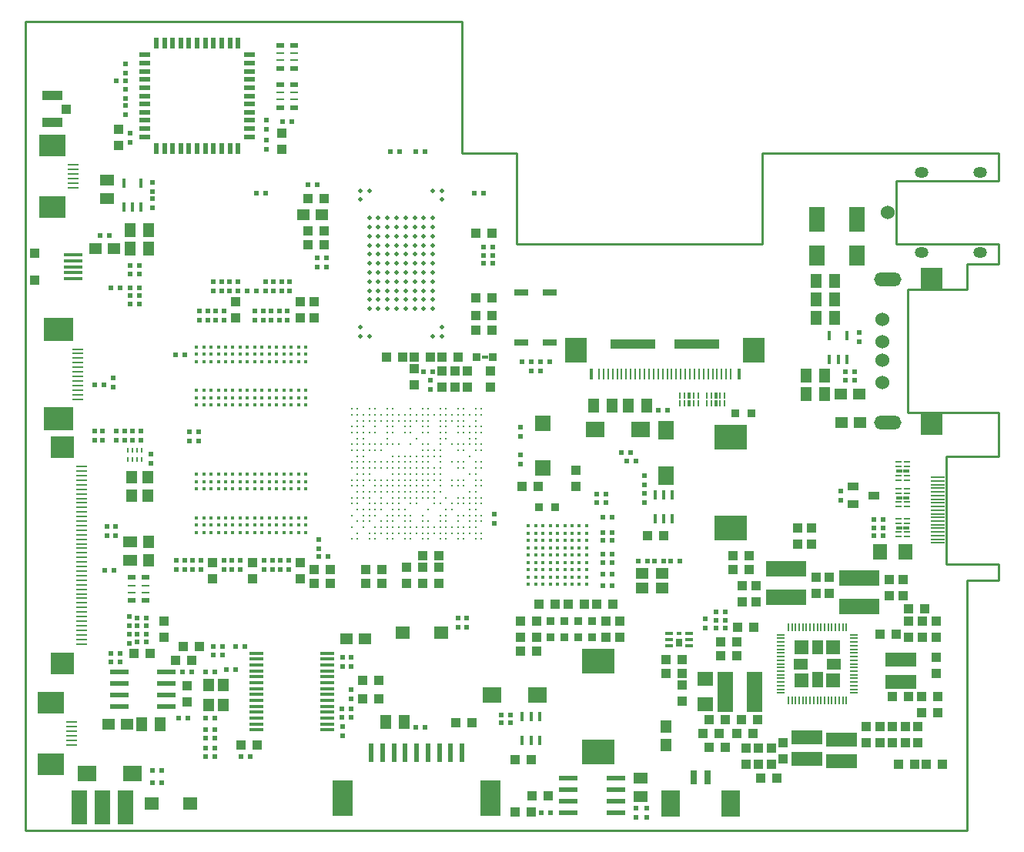
<source format=gbr>
G04 #@! TF.FileFunction,Paste,Top*
%FSLAX46Y46*%
G04 Gerber Fmt 4.6, Leading zero omitted, Abs format (unit mm)*
G04 Created by KiCad (PCBNEW no-vcs-found-undefined) date Tue Nov  8 15:57:13 2016*
%MOMM*%
%LPD*%
G01*
G04 APERTURE LIST*
%ADD10C,0.100000*%
%ADD11C,0.254000*%
%ADD12R,2.600000X2.400000*%
%ADD13R,1.280000X0.230000*%
%ADD14C,0.440000*%
%ADD15R,0.500000X1.300000*%
%ADD16R,1.300000X0.500000*%
%ADD17C,0.500000*%
%ADD18C,0.420000*%
%ADD19C,0.330000*%
%ADD20R,1.700000X1.700000*%
%ADD21R,1.500000X0.800000*%
%ADD22R,5.000000X1.000000*%
%ADD23R,0.400000X1.200000*%
%ADD24R,2.400000X2.800000*%
%ADD25R,0.230000X1.180000*%
%ADD26O,1.524000X1.200000*%
%ADD27C,1.524000*%
%ADD28R,2.400000X2.400000*%
%ADD29O,3.000000X1.524000*%
%ADD30R,0.448400X1.098400*%
%ADD31R,1.298400X0.898400*%
%ADD32R,0.695000X0.220000*%
%ADD33R,0.775000X0.400000*%
%ADD34R,1.611000X0.211000*%
%ADD35R,2.098400X0.498400*%
%ADD36R,2.100000X3.000000*%
%ADD37R,0.800000X1.600000*%
%ADD38R,1.500000X1.600000*%
%ADD39R,1.200000X1.700000*%
%ADD40R,1.600000X1.200000*%
%ADD41R,1.200000X1.600000*%
%ADD42R,0.911000X0.211000*%
%ADD43R,0.211000X0.911000*%
%ADD44R,0.625000X2.000000*%
%ADD45R,2.200000X3.900000*%
%ADD46R,1.600000X0.325000*%
%ADD47R,1.200000X1.400000*%
%ADD48R,1.500000X1.400000*%
%ADD49R,2.000000X1.700000*%
%ADD50R,2.980000X2.380000*%
%ADD51R,0.914400X0.279400*%
%ADD52R,0.914400X0.533400*%
%ADD53R,0.230000X0.605000*%
%ADD54R,1.422400X1.168400*%
%ADD55R,3.200000X2.500000*%
%ADD56R,1.000000X1.100000*%
%ADD57R,2.150000X0.350000*%
%ADD58R,1.050000X1.050000*%
%ADD59R,2.200000X1.050000*%
%ADD60R,3.600000X2.700000*%
%ADD61R,1.016000X1.016000*%
%ADD62R,1.524000X1.270000*%
%ADD63R,1.270000X1.524000*%
%ADD64R,1.778000X2.286000*%
%ADD65R,1.600000X1.800000*%
%ADD66R,1.800000X2.700000*%
%ADD67R,1.168400X1.422400*%
%ADD68R,3.398400X1.498400*%
%ADD69R,4.500000X1.750000*%
%ADD70R,1.750000X4.500000*%
%ADD71R,1.778000X1.524000*%
%ADD72R,0.900000X0.350000*%
%ADD73R,0.800000X0.950000*%
%ADD74R,0.600000X0.350000*%
%ADD75R,0.220000X0.695000*%
%ADD76R,0.400000X0.775000*%
%ADD77R,0.550000X0.500000*%
%ADD78R,0.500000X0.550000*%
%ADD79R,0.914400X0.914400*%
%ADD80R,0.678400X0.398400*%
%ADD81R,1.400000X1.200000*%
%ADD82R,1.700000X2.000000*%
%ADD83R,1.651000X3.683000*%
G04 APERTURE END LIST*
D10*
D11*
X201250000Y-58800000D02*
X201250000Y-70700000D01*
X207000000Y-70700000D02*
X207000000Y-72500000D01*
X207000000Y-54000000D02*
X207000000Y-58800000D01*
X201250000Y-58800000D02*
X207000000Y-58800000D01*
X207000000Y-70700000D02*
X201250000Y-70700000D01*
X207000000Y-35500000D02*
X207000000Y-37700000D01*
X195750000Y-28500000D02*
X195750000Y-35500000D01*
X207000000Y-25500000D02*
X207000000Y-28500000D01*
X195750000Y-28500000D02*
X207000000Y-28500000D01*
X207000000Y-35500000D02*
X195750000Y-35500000D01*
X197000000Y-40500000D02*
X197000000Y-54000000D01*
X203500000Y-37700000D02*
X203500000Y-40500000D01*
X197000000Y-40500000D02*
X203500000Y-40500000D01*
X197000000Y-54000000D02*
X207000000Y-54000000D01*
X203500000Y-37700000D02*
X207000000Y-37700000D01*
X203500000Y-72500000D02*
X207000000Y-72500000D01*
X203500000Y-100000000D02*
X203500000Y-72500000D01*
X181000000Y-25500000D02*
X207000000Y-25500000D01*
X181000000Y-35500000D02*
X181000000Y-25500000D01*
X154000000Y-35500000D02*
X181000000Y-35500000D01*
X154000000Y-25500000D02*
X154000000Y-35500000D01*
X148000000Y-25500000D02*
X154000000Y-25500000D01*
X148000000Y-11000000D02*
X148000000Y-25500000D01*
X100000000Y-11000000D02*
X148000000Y-11000000D01*
X100000000Y-100000000D02*
X100000000Y-11000000D01*
X100000000Y-100000000D02*
X203500000Y-100000000D01*
D12*
X104028000Y-57807000D03*
X104028000Y-81607000D03*
D13*
X106128000Y-59957000D03*
X106128000Y-60457000D03*
X106128000Y-60957000D03*
X106128000Y-61457000D03*
X106128000Y-61957000D03*
X106128000Y-62457000D03*
X106128000Y-62957000D03*
X106128000Y-63457000D03*
X106128000Y-63957000D03*
X106128000Y-64457000D03*
X106128000Y-64957000D03*
X106128000Y-65457000D03*
X106128000Y-65957000D03*
X106128000Y-66457000D03*
X106128000Y-66957000D03*
X106128000Y-67457000D03*
X106128000Y-67957000D03*
X106128000Y-68457000D03*
X106128000Y-68957000D03*
X106128000Y-69457000D03*
X106128000Y-69957000D03*
X106128000Y-70457000D03*
X106128000Y-70957000D03*
X106128000Y-71457000D03*
X106128000Y-71957000D03*
X106128000Y-72457000D03*
X106128000Y-72957000D03*
X106128000Y-73457000D03*
X106128000Y-73957000D03*
X106128000Y-74457000D03*
X106128000Y-74957000D03*
X106128000Y-75457000D03*
X106128000Y-75957000D03*
X106128000Y-76457000D03*
X106128000Y-76957000D03*
X106128000Y-77457000D03*
X106128000Y-77957000D03*
X106128000Y-78457000D03*
X106128000Y-78957000D03*
X106128000Y-79457000D03*
D14*
X155300000Y-72900000D03*
X155300000Y-72100000D03*
X155300000Y-71300000D03*
X155300000Y-70500000D03*
X155300000Y-69700000D03*
X155300000Y-68900000D03*
X155300000Y-68100000D03*
X155300000Y-67300000D03*
X155300000Y-66500000D03*
X156100000Y-72900000D03*
X156100000Y-72100000D03*
X156100000Y-71300000D03*
X156100000Y-70500000D03*
X156100000Y-69700000D03*
X156100000Y-68900000D03*
X156100000Y-68100000D03*
X156100000Y-67300000D03*
X156100000Y-66500000D03*
X156900000Y-72900000D03*
X156900000Y-72100000D03*
X156900000Y-71300000D03*
X156900000Y-70500000D03*
X156900000Y-69700000D03*
X156900000Y-68900000D03*
X156900000Y-68100000D03*
X156900000Y-67300000D03*
X156900000Y-66500000D03*
X157700000Y-72900000D03*
X157700000Y-72100000D03*
X157700000Y-71300000D03*
X157700000Y-70500000D03*
X157700000Y-69700000D03*
X157700000Y-68900000D03*
X157700000Y-68100000D03*
X157700000Y-67300000D03*
X157700000Y-66500000D03*
X158500000Y-72900000D03*
X158500000Y-72100000D03*
X158500000Y-71300000D03*
X158500000Y-70500000D03*
X158500000Y-69700000D03*
X158500000Y-68900000D03*
X158500000Y-68100000D03*
X158500000Y-67300000D03*
X158500000Y-66500000D03*
X159300000Y-72900000D03*
X159300000Y-72100000D03*
X159300000Y-71300000D03*
X159300000Y-70500000D03*
X159300000Y-69700000D03*
X159300000Y-68900000D03*
X159300000Y-68100000D03*
X159300000Y-67300000D03*
X159300000Y-66500000D03*
X160100000Y-72900000D03*
X160100000Y-72100000D03*
X160100000Y-71300000D03*
X160100000Y-70500000D03*
X160100000Y-69700000D03*
X160100000Y-68900000D03*
X160100000Y-68100000D03*
X160100000Y-67300000D03*
X160100000Y-66500000D03*
X160900000Y-72900000D03*
X160900000Y-72100000D03*
X160900000Y-71300000D03*
X160900000Y-70500000D03*
X160900000Y-69700000D03*
X160900000Y-68900000D03*
X160900000Y-68100000D03*
X160900000Y-67300000D03*
X160900000Y-66500000D03*
X161700000Y-72900000D03*
X161700000Y-72100000D03*
X161700000Y-71300000D03*
X161700000Y-70500000D03*
X161700000Y-69700000D03*
X161700000Y-68900000D03*
X161700000Y-68100000D03*
X161700000Y-67300000D03*
X161700000Y-66500000D03*
D15*
X114372000Y-13402000D03*
X115272000Y-13402000D03*
X116172000Y-13402000D03*
X117072000Y-13402000D03*
X117972000Y-13402000D03*
X118872000Y-13402000D03*
X119772000Y-13402000D03*
X120672000Y-13402000D03*
X121572000Y-13402000D03*
X122472000Y-13402000D03*
X123372000Y-13402000D03*
D16*
X124647000Y-14677000D03*
X124647000Y-15577000D03*
X124647000Y-16477000D03*
X124647000Y-17377000D03*
X124647000Y-18277000D03*
X124647000Y-19177000D03*
X124647000Y-20077000D03*
X124647000Y-20977000D03*
X124647000Y-21877000D03*
X124647000Y-22777000D03*
X124647000Y-23677000D03*
D15*
X123372000Y-24952000D03*
X122472000Y-24952000D03*
X121572000Y-24952000D03*
X120672000Y-24952000D03*
X119772000Y-24952000D03*
X118872000Y-24952000D03*
X117972000Y-24952000D03*
X117072000Y-24952000D03*
X116172000Y-24952000D03*
X115272000Y-24952000D03*
X114372000Y-24952000D03*
D16*
X113097000Y-23677000D03*
X113097000Y-22777000D03*
X113097000Y-21877000D03*
X113097000Y-20977000D03*
X113097000Y-20077000D03*
X113097000Y-19177000D03*
X113097000Y-18277000D03*
X113097000Y-17377000D03*
X113097000Y-16477000D03*
X113097000Y-15577000D03*
X113097000Y-14677000D03*
D17*
X136800000Y-29600000D03*
X137800000Y-29600000D03*
X144800000Y-29600000D03*
X145800000Y-29600000D03*
X136800000Y-30600000D03*
X145800000Y-30600000D03*
X137800000Y-32600000D03*
X138800000Y-32600000D03*
X139800000Y-32600000D03*
X140800000Y-32600000D03*
X141800000Y-32600000D03*
X142800000Y-32600000D03*
X143800000Y-32600000D03*
X144800000Y-32600000D03*
X137800000Y-33600000D03*
X138800000Y-33600000D03*
X139800000Y-33600000D03*
X140800000Y-33600000D03*
X141800000Y-33600000D03*
X142800000Y-33600000D03*
X143800000Y-33600000D03*
X144800000Y-33600000D03*
X137800000Y-34600000D03*
X138800000Y-34600000D03*
X139800000Y-34600000D03*
X140800000Y-34600000D03*
X141800000Y-34600000D03*
X142800000Y-34600000D03*
X143800000Y-34600000D03*
X144800000Y-34600000D03*
X137800000Y-35600000D03*
X138800000Y-35600000D03*
X139800000Y-35600000D03*
X140800000Y-35600000D03*
X141800000Y-35600000D03*
X142800000Y-35600000D03*
X143800000Y-35600000D03*
X144800000Y-35600000D03*
X137800000Y-36600000D03*
X138800000Y-36600000D03*
X139800000Y-36600000D03*
X140800000Y-36600000D03*
X141800000Y-36600000D03*
X142800000Y-36600000D03*
X143800000Y-36600000D03*
X144800000Y-36600000D03*
X137800000Y-37600000D03*
X138800000Y-37600000D03*
X139800000Y-37600000D03*
X140800000Y-37600000D03*
X141800000Y-37600000D03*
X142800000Y-37600000D03*
X143800000Y-37600000D03*
X144800000Y-37600000D03*
X137800000Y-38600000D03*
X138800000Y-38600000D03*
X139800000Y-38600000D03*
X140800000Y-38600000D03*
X141800000Y-38600000D03*
X142800000Y-38600000D03*
X143800000Y-38600000D03*
X144800000Y-38600000D03*
X137800000Y-39600000D03*
X138800000Y-39600000D03*
X139800000Y-39600000D03*
X140800000Y-39600000D03*
X141800000Y-39600000D03*
X142800000Y-39600000D03*
X143800000Y-39600000D03*
X144800000Y-39600000D03*
X137800000Y-40600000D03*
X138800000Y-40600000D03*
X139800000Y-40600000D03*
X140800000Y-40600000D03*
X141800000Y-40600000D03*
X142800000Y-40600000D03*
X143800000Y-40600000D03*
X144800000Y-40600000D03*
X137800000Y-41600000D03*
X138800000Y-41600000D03*
X139800000Y-41600000D03*
X140800000Y-41600000D03*
X141800000Y-41600000D03*
X142800000Y-41600000D03*
X143800000Y-41600000D03*
X144800000Y-41600000D03*
X137800000Y-42600000D03*
X138800000Y-42600000D03*
X139800000Y-42600000D03*
X140800000Y-42600000D03*
X141800000Y-42600000D03*
X142800000Y-42600000D03*
X143800000Y-42600000D03*
X144800000Y-42600000D03*
X136800000Y-44600000D03*
X145800000Y-44600000D03*
X136800000Y-45600000D03*
X137800000Y-45600000D03*
X144800000Y-45600000D03*
X145800000Y-45600000D03*
D18*
X118800000Y-53200000D03*
X118800000Y-52400000D03*
X118800000Y-51600000D03*
X118800000Y-48400000D03*
X118800000Y-47600000D03*
X118800000Y-46800000D03*
X119600000Y-53200000D03*
X119600000Y-52400000D03*
X119600000Y-51600000D03*
X119600000Y-48400000D03*
X119600000Y-47600000D03*
X119600000Y-46800000D03*
X120400000Y-53200000D03*
X120400000Y-52400000D03*
X120400000Y-51600000D03*
X120400000Y-48400000D03*
X120400000Y-47600000D03*
X120400000Y-46800000D03*
X121200000Y-53200000D03*
X121200000Y-52400000D03*
X121200000Y-51600000D03*
X121200000Y-48400000D03*
X121200000Y-47600000D03*
X121200000Y-46800000D03*
X122000000Y-53200000D03*
X122000000Y-52400000D03*
X122000000Y-51600000D03*
X122000000Y-48400000D03*
X122000000Y-47600000D03*
X122000000Y-46800000D03*
X122800000Y-53200000D03*
X122800000Y-52400000D03*
X122800000Y-51600000D03*
X122800000Y-48400000D03*
X122800000Y-47600000D03*
X122800000Y-46800000D03*
X123600000Y-53200000D03*
X123600000Y-52400000D03*
X123600000Y-51600000D03*
X123600000Y-48400000D03*
X123600000Y-47600000D03*
X123600000Y-46800000D03*
X124400000Y-53200000D03*
X124400000Y-52400000D03*
X124400000Y-51600000D03*
X124400000Y-48400000D03*
X124400000Y-47600000D03*
X124400000Y-46800000D03*
X125200000Y-53200000D03*
X125200000Y-52400000D03*
X125200000Y-51600000D03*
X125200000Y-48400000D03*
X125200000Y-47600000D03*
X125200000Y-46800000D03*
X126000000Y-53200000D03*
X126000000Y-52400000D03*
X126000000Y-51600000D03*
X126000000Y-48400000D03*
X126000000Y-47600000D03*
X126000000Y-46800000D03*
X126800000Y-53200000D03*
X126800000Y-52400000D03*
X126800000Y-51600000D03*
X126800000Y-48400000D03*
X126800000Y-47600000D03*
X126800000Y-46800000D03*
X127600000Y-53200000D03*
X127600000Y-52400000D03*
X127600000Y-51600000D03*
X127600000Y-48400000D03*
X127600000Y-47600000D03*
X127600000Y-46800000D03*
X128400000Y-53200000D03*
X128400000Y-52400000D03*
X128400000Y-51600000D03*
X128400000Y-48400000D03*
X128400000Y-47600000D03*
X128400000Y-46800000D03*
X129200000Y-53200000D03*
X129200000Y-52400000D03*
X129200000Y-51600000D03*
X129200000Y-48400000D03*
X129200000Y-47600000D03*
X129200000Y-46800000D03*
X130000000Y-53200000D03*
X130000000Y-52400000D03*
X130000000Y-51600000D03*
X130000000Y-48400000D03*
X130000000Y-47600000D03*
X130000000Y-46800000D03*
X130800000Y-53200000D03*
X130800000Y-52400000D03*
X130800000Y-51600000D03*
X130800000Y-48400000D03*
X130800000Y-47600000D03*
X130800000Y-46800000D03*
X118800000Y-67200000D03*
X118800000Y-66400000D03*
X118800000Y-65600000D03*
X118800000Y-62400000D03*
X118800000Y-61600000D03*
X118800000Y-60800000D03*
X119600000Y-67200000D03*
X119600000Y-66400000D03*
X119600000Y-65600000D03*
X119600000Y-62400000D03*
X119600000Y-61600000D03*
X119600000Y-60800000D03*
X120400000Y-67200000D03*
X120400000Y-66400000D03*
X120400000Y-65600000D03*
X120400000Y-62400000D03*
X120400000Y-61600000D03*
X120400000Y-60800000D03*
X121200000Y-67200000D03*
X121200000Y-66400000D03*
X121200000Y-65600000D03*
X121200000Y-62400000D03*
X121200000Y-61600000D03*
X121200000Y-60800000D03*
X122000000Y-67200000D03*
X122000000Y-66400000D03*
X122000000Y-65600000D03*
X122000000Y-62400000D03*
X122000000Y-61600000D03*
X122000000Y-60800000D03*
X122800000Y-67200000D03*
X122800000Y-66400000D03*
X122800000Y-65600000D03*
X122800000Y-62400000D03*
X122800000Y-61600000D03*
X122800000Y-60800000D03*
X123600000Y-67200000D03*
X123600000Y-66400000D03*
X123600000Y-65600000D03*
X123600000Y-62400000D03*
X123600000Y-61600000D03*
X123600000Y-60800000D03*
X124400000Y-67200000D03*
X124400000Y-66400000D03*
X124400000Y-65600000D03*
X124400000Y-62400000D03*
X124400000Y-61600000D03*
X124400000Y-60800000D03*
X125200000Y-67200000D03*
X125200000Y-66400000D03*
X125200000Y-65600000D03*
X125200000Y-62400000D03*
X125200000Y-61600000D03*
X125200000Y-60800000D03*
X126000000Y-67200000D03*
X126000000Y-66400000D03*
X126000000Y-65600000D03*
X126000000Y-62400000D03*
X126000000Y-61600000D03*
X126000000Y-60800000D03*
X126800000Y-67200000D03*
X126800000Y-66400000D03*
X126800000Y-65600000D03*
X126800000Y-62400000D03*
X126800000Y-61600000D03*
X126800000Y-60800000D03*
X127600000Y-67200000D03*
X127600000Y-66400000D03*
X127600000Y-65600000D03*
X127600000Y-62400000D03*
X127600000Y-61600000D03*
X127600000Y-60800000D03*
X128400000Y-67200000D03*
X128400000Y-66400000D03*
X128400000Y-65600000D03*
X128400000Y-62400000D03*
X128400000Y-61600000D03*
X128400000Y-60800000D03*
X129200000Y-67200000D03*
X129200000Y-66400000D03*
X129200000Y-65600000D03*
X129200000Y-62400000D03*
X129200000Y-61600000D03*
X129200000Y-60800000D03*
X130000000Y-67200000D03*
X130000000Y-66400000D03*
X130000000Y-65600000D03*
X130000000Y-62400000D03*
X130000000Y-61600000D03*
X130000000Y-60800000D03*
X130800000Y-67200000D03*
X130800000Y-66400000D03*
X130800000Y-65600000D03*
X130800000Y-62400000D03*
X130800000Y-61600000D03*
X130800000Y-60800000D03*
D19*
X146900000Y-67275000D03*
X146900000Y-66625000D03*
X146900000Y-64675000D03*
X146900000Y-64025000D03*
X146900000Y-62075000D03*
X146900000Y-61425000D03*
X146900000Y-59475000D03*
X146900000Y-57525000D03*
X146900000Y-54925000D03*
X146900000Y-54275000D03*
X146250000Y-67925000D03*
X146250000Y-67275000D03*
X146250000Y-66625000D03*
X146250000Y-65975000D03*
X146250000Y-65325000D03*
X146250000Y-64675000D03*
X146250000Y-63375000D03*
X146250000Y-56875000D03*
X146250000Y-56225000D03*
X146250000Y-55575000D03*
X146250000Y-54925000D03*
X146250000Y-54275000D03*
X146250000Y-53625000D03*
X145600000Y-67925000D03*
X145600000Y-67275000D03*
X145600000Y-66625000D03*
X145600000Y-65975000D03*
X145600000Y-65325000D03*
X145600000Y-64025000D03*
X145600000Y-62725000D03*
X145600000Y-62075000D03*
X145600000Y-61425000D03*
X145600000Y-60775000D03*
X145600000Y-60125000D03*
X145600000Y-59475000D03*
X145600000Y-58825000D03*
X145600000Y-58175000D03*
X145600000Y-57525000D03*
X145600000Y-56875000D03*
X145600000Y-56225000D03*
X145600000Y-55575000D03*
X145600000Y-54925000D03*
X145600000Y-54275000D03*
X145600000Y-53625000D03*
X144950000Y-67275000D03*
X144950000Y-66625000D03*
X144950000Y-64025000D03*
X144950000Y-63375000D03*
X144950000Y-58175000D03*
X144950000Y-54275000D03*
X144300000Y-67925000D03*
X144300000Y-67275000D03*
X144300000Y-66625000D03*
X144300000Y-65975000D03*
X144300000Y-63375000D03*
X144300000Y-62725000D03*
X144300000Y-62075000D03*
X144300000Y-61425000D03*
X144300000Y-60775000D03*
X144300000Y-60125000D03*
X144300000Y-59475000D03*
X144300000Y-58175000D03*
X144300000Y-57525000D03*
X144300000Y-56225000D03*
X144300000Y-55575000D03*
X144300000Y-54925000D03*
X144300000Y-54275000D03*
X144300000Y-53625000D03*
X143650000Y-67925000D03*
X143650000Y-67275000D03*
X143650000Y-66625000D03*
X143650000Y-65975000D03*
X143650000Y-65325000D03*
X143650000Y-62725000D03*
X143650000Y-60775000D03*
X143650000Y-60125000D03*
X143650000Y-58825000D03*
X143650000Y-57525000D03*
X143650000Y-56225000D03*
X143650000Y-55575000D03*
X143650000Y-54925000D03*
X143650000Y-54275000D03*
X143650000Y-53625000D03*
X143000000Y-67275000D03*
X143000000Y-66625000D03*
X143000000Y-58825000D03*
X143000000Y-56875000D03*
X143000000Y-54925000D03*
X143000000Y-54275000D03*
X142350000Y-67925000D03*
X142350000Y-67275000D03*
X142350000Y-66625000D03*
X142350000Y-65975000D03*
X142350000Y-65325000D03*
X142350000Y-56225000D03*
X142350000Y-55575000D03*
X142350000Y-54925000D03*
X142350000Y-54275000D03*
X142350000Y-53625000D03*
X141700000Y-67925000D03*
X141700000Y-67275000D03*
X141700000Y-66625000D03*
X141700000Y-65975000D03*
X141700000Y-65325000D03*
X141700000Y-64675000D03*
X141700000Y-56225000D03*
X141700000Y-55575000D03*
X141700000Y-54925000D03*
X141700000Y-54275000D03*
X141050000Y-67275000D03*
X141050000Y-66625000D03*
X141050000Y-65325000D03*
X141050000Y-64675000D03*
X141050000Y-57525000D03*
X141050000Y-54925000D03*
X141050000Y-54275000D03*
X140400000Y-67925000D03*
X140400000Y-67275000D03*
X140400000Y-66625000D03*
X140400000Y-65975000D03*
X140400000Y-65325000D03*
X140400000Y-61425000D03*
X140400000Y-60125000D03*
X140400000Y-58825000D03*
X140400000Y-57525000D03*
X140400000Y-56225000D03*
X140400000Y-55575000D03*
X140400000Y-54925000D03*
X140400000Y-54275000D03*
X140400000Y-53625000D03*
X139750000Y-67925000D03*
X139750000Y-67275000D03*
X139750000Y-66625000D03*
X139750000Y-65975000D03*
X139750000Y-65325000D03*
X139750000Y-61425000D03*
X139750000Y-60125000D03*
X139750000Y-59475000D03*
X139750000Y-57525000D03*
X139750000Y-56875000D03*
X139750000Y-56225000D03*
X139750000Y-54275000D03*
X139750000Y-53625000D03*
X139100000Y-67275000D03*
X139100000Y-66625000D03*
X139100000Y-65975000D03*
X139100000Y-64675000D03*
X139100000Y-64025000D03*
X139100000Y-63375000D03*
X139100000Y-62075000D03*
X139100000Y-61425000D03*
X139100000Y-60125000D03*
X139100000Y-59475000D03*
X139100000Y-58175000D03*
X139100000Y-54925000D03*
X139100000Y-54275000D03*
X138450000Y-67925000D03*
X138450000Y-67275000D03*
X138450000Y-66625000D03*
X138450000Y-65325000D03*
X138450000Y-64675000D03*
X138450000Y-62075000D03*
X138450000Y-61425000D03*
X138450000Y-59475000D03*
X138450000Y-58175000D03*
X138450000Y-57525000D03*
X138450000Y-56225000D03*
X138450000Y-55575000D03*
X138450000Y-54925000D03*
X138450000Y-54275000D03*
X138450000Y-53625000D03*
X137800000Y-67925000D03*
X137800000Y-67275000D03*
X137800000Y-65975000D03*
X137800000Y-65325000D03*
X137800000Y-64675000D03*
X137800000Y-64025000D03*
X137800000Y-63375000D03*
X137800000Y-62725000D03*
X137800000Y-60775000D03*
X137800000Y-59475000D03*
X137800000Y-57525000D03*
X137800000Y-56225000D03*
X137800000Y-54925000D03*
X137800000Y-54275000D03*
X137800000Y-53625000D03*
X137150000Y-66625000D03*
X137150000Y-65975000D03*
X137150000Y-65325000D03*
X137150000Y-64675000D03*
X137150000Y-63375000D03*
X137150000Y-62725000D03*
X137150000Y-62075000D03*
X137150000Y-61425000D03*
X137150000Y-60125000D03*
X137150000Y-59475000D03*
X137150000Y-58825000D03*
X137150000Y-58175000D03*
X137150000Y-57525000D03*
X137150000Y-56875000D03*
X137150000Y-56225000D03*
X137150000Y-55575000D03*
X137150000Y-54275000D03*
X136500000Y-67925000D03*
X136500000Y-67275000D03*
X136500000Y-65975000D03*
X136500000Y-64675000D03*
X136500000Y-63375000D03*
X136500000Y-62725000D03*
X136500000Y-62075000D03*
X136500000Y-61425000D03*
X136500000Y-60775000D03*
X136500000Y-60125000D03*
X136500000Y-59475000D03*
X136500000Y-58825000D03*
X136500000Y-58175000D03*
X136500000Y-57525000D03*
X136500000Y-56875000D03*
X136500000Y-56225000D03*
X136500000Y-55575000D03*
X136500000Y-54925000D03*
X136500000Y-54275000D03*
X136500000Y-53625000D03*
X135850000Y-67925000D03*
X135850000Y-66625000D03*
X135850000Y-65325000D03*
X135850000Y-64025000D03*
X135850000Y-63375000D03*
X135850000Y-62075000D03*
X135850000Y-61425000D03*
X135850000Y-60125000D03*
X135850000Y-59475000D03*
X135850000Y-58175000D03*
X135850000Y-57525000D03*
X135850000Y-56225000D03*
X135850000Y-55575000D03*
X135850000Y-54275000D03*
X147550000Y-53625000D03*
X147550000Y-54275000D03*
X147550000Y-54925000D03*
X147550000Y-55575000D03*
X147550000Y-56225000D03*
X147550000Y-57525000D03*
X147550000Y-58175000D03*
X147550000Y-59475000D03*
X147550000Y-60125000D03*
X147550000Y-61425000D03*
X147550000Y-62075000D03*
X147550000Y-63375000D03*
X147550000Y-64025000D03*
X147550000Y-65325000D03*
X147550000Y-65975000D03*
X147550000Y-66625000D03*
X147550000Y-67275000D03*
X147550000Y-67925000D03*
X148200000Y-67925000D03*
X148200000Y-67275000D03*
X148200000Y-66625000D03*
X148200000Y-65325000D03*
X148200000Y-64025000D03*
X148200000Y-63375000D03*
X148200000Y-62075000D03*
X148200000Y-61425000D03*
X148200000Y-60125000D03*
X148200000Y-59475000D03*
X148200000Y-58175000D03*
X148200000Y-57525000D03*
X148200000Y-56225000D03*
X148200000Y-55575000D03*
X148200000Y-54925000D03*
X148200000Y-54275000D03*
X148200000Y-53625000D03*
X148850000Y-54275000D03*
X148850000Y-55575000D03*
X148850000Y-56225000D03*
X148850000Y-56875000D03*
X148850000Y-57525000D03*
X148850000Y-58825000D03*
X148850000Y-60775000D03*
X148850000Y-62725000D03*
X148850000Y-63375000D03*
X148850000Y-64025000D03*
X148850000Y-64675000D03*
X148850000Y-65325000D03*
X148850000Y-65975000D03*
X148850000Y-66625000D03*
X148850000Y-67275000D03*
X149500000Y-67925000D03*
X149500000Y-67275000D03*
X149500000Y-66625000D03*
X149500000Y-65975000D03*
X149500000Y-65325000D03*
X149500000Y-64675000D03*
X149500000Y-64025000D03*
X149500000Y-63375000D03*
X149500000Y-62725000D03*
X149500000Y-62075000D03*
X149500000Y-61425000D03*
X149500000Y-60775000D03*
X149500000Y-60125000D03*
X149500000Y-59475000D03*
X149500000Y-58175000D03*
X149500000Y-57525000D03*
X149500000Y-56875000D03*
X149500000Y-56225000D03*
X149500000Y-55575000D03*
X149500000Y-54925000D03*
X149500000Y-54275000D03*
X149500000Y-53625000D03*
X150150000Y-54275000D03*
X150150000Y-55575000D03*
X150150000Y-56225000D03*
X150150000Y-57525000D03*
X150150000Y-58175000D03*
X150150000Y-59475000D03*
X150150000Y-60125000D03*
X150150000Y-61425000D03*
X150150000Y-62075000D03*
X150150000Y-63375000D03*
X150150000Y-64025000D03*
X150150000Y-65325000D03*
X150150000Y-65975000D03*
X150150000Y-67275000D03*
X135850000Y-53625000D03*
X150150000Y-53625000D03*
X137150000Y-54925000D03*
X139750000Y-54925000D03*
X139750000Y-55575000D03*
X139100000Y-57525000D03*
X137800000Y-58175000D03*
X137800000Y-60125000D03*
X138450000Y-60125000D03*
X137150000Y-60775000D03*
X137800000Y-61425000D03*
X144950000Y-58825000D03*
X144950000Y-60125000D03*
X144950000Y-60775000D03*
X144950000Y-61425000D03*
X144950000Y-62725000D03*
X144300000Y-58825000D03*
X143650000Y-58175000D03*
X143650000Y-59475000D03*
X144300000Y-64675000D03*
X143000000Y-64025000D03*
X142350000Y-64025000D03*
X143650000Y-63375000D03*
X143000000Y-63375000D03*
X143000000Y-62725000D03*
X142350000Y-62725000D03*
X143650000Y-62075000D03*
X143650000Y-61425000D03*
X143000000Y-62075000D03*
X143000000Y-61425000D03*
X142350000Y-63375000D03*
X142350000Y-62075000D03*
X142350000Y-61425000D03*
X142350000Y-60775000D03*
X142350000Y-60125000D03*
X142350000Y-59475000D03*
X142350000Y-58825000D03*
X141700000Y-63375000D03*
X141700000Y-58825000D03*
X141700000Y-59475000D03*
X141700000Y-60125000D03*
X141700000Y-60775000D03*
X141700000Y-61425000D03*
X141700000Y-62075000D03*
X141700000Y-62725000D03*
X141050000Y-64025000D03*
X141050000Y-58825000D03*
X141050000Y-63375000D03*
X141050000Y-62725000D03*
X141050000Y-62075000D03*
X141050000Y-61425000D03*
X141050000Y-60775000D03*
X141050000Y-60125000D03*
X141050000Y-59475000D03*
X140400000Y-64675000D03*
X140400000Y-64025000D03*
X140400000Y-63375000D03*
X140400000Y-62725000D03*
X140400000Y-62075000D03*
X139750000Y-64025000D03*
X139750000Y-62725000D03*
X139750000Y-62075000D03*
X138450000Y-62725000D03*
X136500000Y-64025000D03*
X138450000Y-64025000D03*
X139100000Y-62725000D03*
X140400000Y-59475000D03*
X140400000Y-60775000D03*
X142350000Y-57525000D03*
X143000000Y-59475000D03*
X143000000Y-60125000D03*
X143000000Y-60775000D03*
X150150000Y-67925000D03*
D20*
X156845000Y-55168000D03*
X156845000Y-60148000D03*
D21*
X154483000Y-40811000D03*
X157683000Y-40811000D03*
X157683000Y-46311000D03*
X154483000Y-46311000D03*
D22*
X166807000Y-46515000D03*
X173807000Y-46515000D03*
D23*
X178432000Y-49765000D03*
X162182000Y-49765000D03*
D24*
X160507000Y-47115000D03*
X180107000Y-47115000D03*
D25*
X163057000Y-49765000D03*
X163557000Y-49765000D03*
X164057000Y-49765000D03*
X164557000Y-49765000D03*
X165057000Y-49765000D03*
X165557000Y-49765000D03*
X166057000Y-49765000D03*
X166557000Y-49765000D03*
X167057000Y-49765000D03*
X167557000Y-49765000D03*
X168057000Y-49765000D03*
X168557000Y-49765000D03*
X169057000Y-49765000D03*
X169557000Y-49765000D03*
X170057000Y-49765000D03*
X170557000Y-49765000D03*
X171057000Y-49765000D03*
X171557000Y-49765000D03*
X172057000Y-49765000D03*
X172557000Y-49765000D03*
X173057000Y-49765000D03*
X173557000Y-49765000D03*
X174057000Y-49765000D03*
X174557000Y-49765000D03*
X175057000Y-49765000D03*
X175557000Y-49765000D03*
X176057000Y-49765000D03*
X176557000Y-49765000D03*
X177057000Y-49765000D03*
X177557000Y-49765000D03*
D26*
X205010000Y-27629000D03*
X198510000Y-27629000D03*
X198510000Y-36379000D03*
X205010000Y-36379000D03*
D27*
X194810000Y-32004000D03*
D28*
X199610000Y-39244000D03*
X199610000Y-55244000D03*
D29*
X194810000Y-39394000D03*
X194810000Y-55094000D03*
D27*
X194210000Y-43744000D03*
X194210000Y-46244000D03*
X194210000Y-48244000D03*
X194210000Y-50744000D03*
D30*
X188407000Y-48163000D03*
X189357000Y-48163000D03*
X190307000Y-48163000D03*
X188407000Y-45563000D03*
X190307000Y-45563000D03*
D31*
X191043560Y-62169040D03*
X191043560Y-64071500D03*
X193253360Y-63116460D03*
D32*
X196906500Y-59452000D03*
X196906500Y-59952000D03*
D33*
X196856500Y-60452000D03*
D32*
X196906500Y-60952000D03*
X196906500Y-61452000D03*
X196031500Y-61452000D03*
X196031500Y-60952000D03*
D33*
X196081500Y-60452000D03*
D32*
X196031500Y-59952000D03*
X196031500Y-59452000D03*
D34*
X200300000Y-68351000D03*
X200300000Y-67951000D03*
X200300000Y-67551000D03*
X200300000Y-67151000D03*
X200300000Y-66751000D03*
X200300000Y-66351000D03*
X200300000Y-65951000D03*
X200300000Y-65551000D03*
X200300000Y-65151000D03*
X200300000Y-64751000D03*
X200300000Y-64351000D03*
X200300000Y-63951000D03*
X200300000Y-63551000D03*
X200300000Y-63151000D03*
X200300000Y-62751000D03*
X200300000Y-62351000D03*
X200300000Y-61951000D03*
X200300000Y-61551000D03*
X200300000Y-61151000D03*
D35*
X164906000Y-94234000D03*
X164906000Y-95504000D03*
X164906000Y-96774000D03*
X164906000Y-98044000D03*
X159706000Y-98044000D03*
X159706000Y-96774000D03*
X159706000Y-95504000D03*
X159706000Y-94234000D03*
D36*
X177544000Y-97052000D03*
X170944000Y-97052000D03*
D37*
X174994000Y-94152000D03*
X173494000Y-94152000D03*
D38*
X188821000Y-83461000D03*
D39*
X187071000Y-83411000D03*
D38*
X185321000Y-83461000D03*
D40*
X188871000Y-81661000D03*
X185271000Y-81661000D03*
D38*
X188821000Y-79861000D03*
D41*
X187071000Y-79861000D03*
D38*
X185321000Y-79861000D03*
D42*
X183071000Y-84861000D03*
X183071000Y-84461000D03*
X183071000Y-84061000D03*
X183071000Y-83661000D03*
X183071000Y-83261000D03*
X183071000Y-82861000D03*
X183071000Y-82461000D03*
X183071000Y-82061000D03*
X183071000Y-81661000D03*
X183071000Y-81261000D03*
X183071000Y-80861000D03*
X183071000Y-80461000D03*
X183071000Y-80061000D03*
X183071000Y-79661000D03*
X183071000Y-79261000D03*
X183071000Y-78861000D03*
X183071000Y-78461000D03*
D43*
X183871000Y-77661000D03*
X184271000Y-77661000D03*
X184671000Y-77661000D03*
X185071000Y-77661000D03*
X185471000Y-77661000D03*
X185871000Y-77661000D03*
X186271000Y-77661000D03*
X186671000Y-77661000D03*
X187071000Y-77661000D03*
X187471000Y-77661000D03*
X187871000Y-77661000D03*
X188271000Y-77661000D03*
X188671000Y-77661000D03*
X189071000Y-77661000D03*
X189471000Y-77661000D03*
X189871000Y-77661000D03*
X190271000Y-77661000D03*
D42*
X191071000Y-78461000D03*
X191071000Y-78861000D03*
X191071000Y-79261000D03*
X191071000Y-79661000D03*
X191071000Y-80061000D03*
X191071000Y-80461000D03*
X191071000Y-80861000D03*
X191071000Y-81261000D03*
X191071000Y-81661000D03*
X191071000Y-82061000D03*
X191071000Y-82461000D03*
X191071000Y-82861000D03*
X191071000Y-83261000D03*
X191071000Y-83661000D03*
X191071000Y-84061000D03*
X191071000Y-84461000D03*
X191071000Y-84861000D03*
D43*
X190271000Y-85661000D03*
X189871000Y-85661000D03*
X189471000Y-85661000D03*
X189071000Y-85661000D03*
X188671000Y-85661000D03*
X188271000Y-85661000D03*
X187871000Y-85661000D03*
X187471000Y-85661000D03*
X187071000Y-85661000D03*
X186671000Y-85661000D03*
X186271000Y-85661000D03*
X185871000Y-85661000D03*
X185471000Y-85661000D03*
X185071000Y-85661000D03*
X184671000Y-85661000D03*
X184271000Y-85661000D03*
X183871000Y-85661000D03*
D44*
X138000000Y-91450000D03*
X139250000Y-91450000D03*
X140500000Y-91450000D03*
X141750000Y-91450000D03*
X143000000Y-91450000D03*
X144250000Y-91450000D03*
X145500000Y-91450000D03*
X146750000Y-91450000D03*
X148000000Y-91450000D03*
D45*
X134900000Y-96400000D03*
X151100000Y-96400000D03*
D46*
X133186000Y-80484000D03*
X133186000Y-81134000D03*
X133186000Y-81784000D03*
X133186000Y-82434000D03*
X133186000Y-83084000D03*
X133186000Y-83734000D03*
X133186000Y-84384000D03*
X133186000Y-85034000D03*
X133186000Y-85684000D03*
X133186000Y-86334000D03*
X133186000Y-86984000D03*
X133186000Y-87634000D03*
X133186000Y-88284000D03*
X133186000Y-88934000D03*
X125386000Y-88934000D03*
X125386000Y-88284000D03*
X125386000Y-87634000D03*
X125386000Y-86984000D03*
X125386000Y-86334000D03*
X125386000Y-85684000D03*
X125386000Y-85034000D03*
X125386000Y-84384000D03*
X125386000Y-83734000D03*
X125386000Y-83084000D03*
X125386000Y-82434000D03*
X125386000Y-81784000D03*
X125386000Y-81134000D03*
X125386000Y-80484000D03*
D47*
X121704000Y-83990000D03*
X120104000Y-86190000D03*
X121704000Y-86190000D03*
X120104000Y-83990000D03*
D48*
X118100000Y-97000000D03*
X113900000Y-97000000D03*
D49*
X111720000Y-93726000D03*
X106720000Y-93726000D03*
D50*
X102779000Y-85901000D03*
D13*
X105029000Y-90551000D03*
X105029000Y-90051000D03*
X105029000Y-89551000D03*
X105029000Y-89051000D03*
X105029000Y-88551000D03*
X105029000Y-88051000D03*
D50*
X102779000Y-92701000D03*
D35*
X110303000Y-86360000D03*
X110303000Y-85090000D03*
X110303000Y-83820000D03*
X110303000Y-82550000D03*
X115503000Y-82550000D03*
X115503000Y-83820000D03*
X115503000Y-85090000D03*
X115503000Y-86360000D03*
D51*
X113157000Y-73025000D03*
X113157000Y-73787000D03*
X111633000Y-73025000D03*
X111633000Y-73787000D03*
D52*
X113157000Y-72136000D03*
X111633000Y-72136000D03*
X113157000Y-74676000D03*
X111633000Y-74676000D03*
D53*
X112764000Y-58161500D03*
X112764000Y-59186500D03*
X112264000Y-58161500D03*
X112264000Y-59186500D03*
X111764000Y-58161500D03*
X111764000Y-59186500D03*
X111264000Y-58161500D03*
X111264000Y-59186500D03*
D54*
X109728000Y-35941000D03*
X107696000Y-35941000D03*
D30*
X110810000Y-31399000D03*
X111760000Y-31399000D03*
X112710000Y-31399000D03*
X110810000Y-28799000D03*
X112710000Y-28799000D03*
D13*
X105763000Y-47034000D03*
X105763000Y-47534000D03*
X105763000Y-48034000D03*
X105763000Y-48534000D03*
X105763000Y-49034000D03*
X105763000Y-49534000D03*
D55*
X103663000Y-44884000D03*
X103663000Y-54684000D03*
D13*
X105763000Y-50034000D03*
X105763000Y-50534000D03*
X105763000Y-51034000D03*
X105763000Y-51534000D03*
X105763000Y-52034000D03*
X105763000Y-52534000D03*
D56*
X100962000Y-39473000D03*
X100962000Y-36473000D03*
D57*
X105262000Y-39273000D03*
X105262000Y-38623000D03*
X105262000Y-37973000D03*
X105262000Y-37323000D03*
X105262000Y-36673000D03*
D50*
X102965000Y-24600000D03*
D13*
X105215000Y-29250000D03*
X105215000Y-28750000D03*
X105215000Y-28250000D03*
X105215000Y-27750000D03*
X105215000Y-27250000D03*
X105215000Y-26750000D03*
D50*
X102965000Y-31400000D03*
D58*
X104471600Y-20624800D03*
D59*
X102971600Y-19124800D03*
X102971600Y-22124800D03*
D60*
X162941000Y-81360000D03*
X162941000Y-91360000D03*
X177546000Y-66722000D03*
X177546000Y-56722000D03*
D61*
X154432000Y-76962000D03*
X156210000Y-76962000D03*
X181991000Y-92710000D03*
X181991000Y-90932000D03*
X130175000Y-70485000D03*
X130175000Y-72263000D03*
X130175000Y-43561000D03*
X130175000Y-41783000D03*
X120523000Y-70485000D03*
X120523000Y-72263000D03*
X123063000Y-43561000D03*
X123063000Y-41783000D03*
X124968000Y-70485000D03*
X124968000Y-72263000D03*
X131699000Y-43561000D03*
X131699000Y-41783000D03*
X151257000Y-34290000D03*
X149479000Y-34290000D03*
X131064000Y-30480000D03*
X132842000Y-30480000D03*
X132842000Y-34036000D03*
X131064000Y-34036000D03*
X132842000Y-35560000D03*
X131064000Y-35560000D03*
X115189000Y-78740000D03*
X115189000Y-76962000D03*
X151130000Y-49403000D03*
X151130000Y-51181000D03*
X149479000Y-44958000D03*
X151257000Y-44958000D03*
X145796000Y-51181000D03*
X145796000Y-49403000D03*
X142748000Y-47879000D03*
X144526000Y-47879000D03*
X147193000Y-51181000D03*
X147193000Y-49403000D03*
X147574000Y-47879000D03*
X145796000Y-47879000D03*
X111887000Y-80518000D03*
X113665000Y-80518000D03*
X142748000Y-50927000D03*
X142748000Y-49149000D03*
X139700000Y-47879000D03*
X141478000Y-47879000D03*
D62*
X111506000Y-70231000D03*
X111506000Y-68199000D03*
D63*
X185801000Y-49911000D03*
X187833000Y-49911000D03*
X113538000Y-33909000D03*
X111506000Y-33909000D03*
X113538000Y-35941000D03*
X111506000Y-35941000D03*
D62*
X108966000Y-28448000D03*
X108966000Y-30480000D03*
D61*
X137033000Y-83439000D03*
X138811000Y-83439000D03*
D63*
X185801000Y-51943000D03*
X187833000Y-51943000D03*
X186944000Y-43561000D03*
X188976000Y-43561000D03*
D61*
X128143000Y-23241000D03*
X128143000Y-25019000D03*
X110236000Y-24638000D03*
X110236000Y-22860000D03*
X156210000Y-80264000D03*
X154432000Y-80264000D03*
X118237000Y-81280000D03*
X116459000Y-81280000D03*
X199009000Y-92710000D03*
X200787000Y-92710000D03*
X117729000Y-84074000D03*
X117729000Y-85852000D03*
X160528000Y-62103000D03*
X160528000Y-60325000D03*
D63*
X188976000Y-39497000D03*
X186944000Y-39497000D03*
X188976000Y-41529000D03*
X186944000Y-41529000D03*
D61*
X151257000Y-41402000D03*
X149479000Y-41402000D03*
X178181000Y-80772000D03*
X176403000Y-80772000D03*
X200152000Y-80899000D03*
X200152000Y-82677000D03*
X180086000Y-77597000D03*
X178308000Y-77597000D03*
X200279000Y-85217000D03*
X200279000Y-86995000D03*
X197104000Y-85217000D03*
X195326000Y-85217000D03*
X178181000Y-79248000D03*
X176403000Y-79248000D03*
X177800000Y-69723000D03*
X179578000Y-69723000D03*
X177800000Y-71247000D03*
X179578000Y-71247000D03*
X186944000Y-72136000D03*
X186944000Y-73914000D03*
X172212000Y-83947000D03*
X172212000Y-85725000D03*
X186436000Y-66675000D03*
X186436000Y-68453000D03*
X139192000Y-71247000D03*
X137414000Y-71247000D03*
X172212000Y-82677000D03*
X170434000Y-82677000D03*
X184912000Y-66675000D03*
X184912000Y-68453000D03*
X153797000Y-92202000D03*
X155575000Y-92202000D03*
X131699000Y-71247000D03*
X133477000Y-71247000D03*
X147320000Y-88138000D03*
X149098000Y-88138000D03*
X172212000Y-81153000D03*
X170434000Y-81153000D03*
X188341000Y-72136000D03*
X188341000Y-73914000D03*
X139192000Y-72771000D03*
X137414000Y-72771000D03*
X180467000Y-87757000D03*
X178689000Y-87757000D03*
X131699000Y-72771000D03*
X133477000Y-72771000D03*
X194945000Y-74168000D03*
X194945000Y-72390000D03*
X180848000Y-94234000D03*
X182626000Y-94234000D03*
X196469000Y-74168000D03*
X196469000Y-72390000D03*
X180340000Y-74803000D03*
X180340000Y-73025000D03*
X183261000Y-92075000D03*
X183261000Y-90297000D03*
X197739000Y-92710000D03*
X195961000Y-92710000D03*
X192405000Y-88519000D03*
X192405000Y-90297000D03*
X193929000Y-90297000D03*
X193929000Y-88519000D03*
X143637000Y-72771000D03*
X143637000Y-70993000D03*
X198501000Y-85217000D03*
X198501000Y-86995000D03*
X198120000Y-90297000D03*
X198120000Y-88519000D03*
X145415000Y-72771000D03*
X145415000Y-70993000D03*
X196723000Y-90297000D03*
X196723000Y-88519000D03*
X195326000Y-90297000D03*
X195326000Y-88519000D03*
X145415000Y-69723000D03*
X143637000Y-69723000D03*
X175133000Y-87757000D03*
X176911000Y-87757000D03*
X141859000Y-72771000D03*
X141859000Y-70993000D03*
X193929000Y-78359000D03*
X195707000Y-78359000D03*
X178181000Y-89281000D03*
X179959000Y-89281000D03*
X200152000Y-78740000D03*
X200152000Y-76962000D03*
X174498000Y-89281000D03*
X176276000Y-89281000D03*
X198628000Y-78740000D03*
X198628000Y-76962000D03*
X175133000Y-90805000D03*
X176911000Y-90805000D03*
X197104000Y-78740000D03*
X197104000Y-76962000D03*
X179197000Y-92710000D03*
X179197000Y-90932000D03*
X180594000Y-92710000D03*
X180594000Y-90932000D03*
D63*
X141605000Y-88011000D03*
X139573000Y-88011000D03*
D61*
X178816000Y-73025000D03*
X178816000Y-74803000D03*
X198882000Y-75565000D03*
X197104000Y-75565000D03*
X154559000Y-62103000D03*
X156337000Y-62103000D03*
X151257000Y-43307000D03*
X149479000Y-43307000D03*
X148590000Y-49403000D03*
X148590000Y-51181000D03*
X155575000Y-97917000D03*
X153797000Y-97917000D03*
X157480000Y-96139000D03*
X155702000Y-96139000D03*
D64*
X191407000Y-36703000D03*
X187053000Y-36703000D03*
D49*
X151297000Y-85090000D03*
X156297000Y-85090000D03*
D65*
X193926000Y-69342000D03*
X196726000Y-69342000D03*
D66*
X187030000Y-32766000D03*
X191430000Y-32766000D03*
D54*
X132588000Y-32258000D03*
X130556000Y-32258000D03*
D67*
X113538000Y-70231000D03*
X113538000Y-68199000D03*
X111633000Y-63119000D03*
X111633000Y-61087000D03*
X113411000Y-63119000D03*
X113411000Y-61087000D03*
D54*
X191643000Y-51943000D03*
X189611000Y-51943000D03*
X191770000Y-55118000D03*
X189738000Y-55118000D03*
X135255000Y-78867000D03*
X137287000Y-78867000D03*
D67*
X170434000Y-88519000D03*
X170434000Y-90551000D03*
D68*
X196215000Y-81223000D03*
X196215000Y-83623000D03*
D69*
X183642000Y-74371000D03*
X183642000Y-71171000D03*
X191643000Y-75387000D03*
X191643000Y-72187000D03*
D70*
X176962000Y-84709000D03*
X180162000Y-84709000D03*
D68*
X185928000Y-89732000D03*
X185928000Y-92132000D03*
X189738000Y-89986000D03*
X189738000Y-92386000D03*
D71*
X174752000Y-83312000D03*
X174752000Y-86106000D03*
D72*
X172931000Y-79644000D03*
X172931000Y-78994000D03*
X172931000Y-78344000D03*
X170731000Y-78344000D03*
X170731000Y-78994000D03*
X170731000Y-79644000D03*
D73*
X171831000Y-79344000D03*
D74*
X171831000Y-78344000D03*
D75*
X176895000Y-52140500D03*
X176395000Y-52140500D03*
D76*
X175895000Y-52190500D03*
D75*
X175395000Y-52140500D03*
X174895000Y-52140500D03*
X174895000Y-53015500D03*
X175395000Y-53015500D03*
D76*
X175895000Y-52965500D03*
D75*
X176395000Y-53015500D03*
X176895000Y-53015500D03*
D32*
X196031500Y-62373000D03*
X196031500Y-62873000D03*
D33*
X196081500Y-63373000D03*
D32*
X196031500Y-63873000D03*
X196031500Y-64373000D03*
X196906500Y-64373000D03*
X196906500Y-63873000D03*
D33*
X196856500Y-63373000D03*
D32*
X196906500Y-62873000D03*
X196906500Y-62373000D03*
X196031500Y-65675000D03*
X196031500Y-66175000D03*
D33*
X196081500Y-66675000D03*
D32*
X196031500Y-67175000D03*
X196031500Y-67675000D03*
X196906500Y-67675000D03*
X196906500Y-67175000D03*
D33*
X196856500Y-66675000D03*
D32*
X196906500Y-66175000D03*
X196906500Y-65675000D03*
D30*
X156525000Y-87472900D03*
X155575000Y-87472900D03*
X154625000Y-87472900D03*
X154625000Y-90073100D03*
X155575000Y-90073100D03*
X156525000Y-90073100D03*
D75*
X173974000Y-52140500D03*
X173474000Y-52140500D03*
D76*
X172974000Y-52190500D03*
D75*
X172474000Y-52140500D03*
X171974000Y-52140500D03*
X171974000Y-53015500D03*
X172474000Y-53015500D03*
D76*
X172974000Y-52965500D03*
D75*
X173474000Y-53015500D03*
X173974000Y-53015500D03*
D30*
X171130000Y-63088900D03*
X170180000Y-63088900D03*
X169230000Y-63088900D03*
X169230000Y-65689100D03*
X170180000Y-65689100D03*
X171130000Y-65689100D03*
D48*
X141478000Y-78232000D03*
X145678000Y-78232000D03*
D77*
X126238000Y-70231000D03*
X126238000Y-71247000D03*
X127127000Y-70231000D03*
X127127000Y-71247000D03*
X128016000Y-70231000D03*
X128016000Y-71247000D03*
X128905000Y-70231000D03*
X128905000Y-71247000D03*
X126111000Y-43815000D03*
X126111000Y-42799000D03*
X127000000Y-43815000D03*
X127000000Y-42799000D03*
X127889000Y-43815000D03*
X127889000Y-42799000D03*
X128778000Y-43815000D03*
X128778000Y-42799000D03*
X122428000Y-39624000D03*
X122428000Y-40640000D03*
X116586000Y-70231000D03*
X116586000Y-71247000D03*
X117475000Y-70231000D03*
X117475000Y-71247000D03*
X118364000Y-70231000D03*
X118364000Y-71247000D03*
X119253000Y-70231000D03*
X119253000Y-71247000D03*
X119126000Y-43815000D03*
X119126000Y-42799000D03*
X120015000Y-43815000D03*
X120015000Y-42799000D03*
X120904000Y-43815000D03*
X120904000Y-42799000D03*
X121793000Y-43815000D03*
X121793000Y-42799000D03*
X121539000Y-40640000D03*
X121539000Y-39624000D03*
X121793000Y-70231000D03*
X121793000Y-71247000D03*
X125222000Y-43815000D03*
X125222000Y-42799000D03*
X127254000Y-40640000D03*
X127254000Y-39624000D03*
X128143000Y-39624000D03*
X128143000Y-40640000D03*
X107569000Y-56007000D03*
X107569000Y-57023000D03*
X108458000Y-56007000D03*
X108458000Y-57023000D03*
X144526000Y-51435000D03*
X144526000Y-50419000D03*
D78*
X112268000Y-77470000D03*
X113284000Y-77470000D03*
X112268000Y-78359000D03*
X113284000Y-78359000D03*
D77*
X111760000Y-56007000D03*
X111760000Y-57023000D03*
X112649000Y-56007000D03*
X112649000Y-57023000D03*
D78*
X108204000Y-34544000D03*
X109220000Y-34544000D03*
X112522000Y-42037000D03*
X111506000Y-42037000D03*
X190119000Y-50419000D03*
X191135000Y-50419000D03*
X124079000Y-79756000D03*
X123063000Y-79756000D03*
D77*
X134874000Y-88519000D03*
X134874000Y-89535000D03*
D78*
X123063000Y-82296000D03*
X122047000Y-82296000D03*
D77*
X135763000Y-85471000D03*
X135763000Y-84455000D03*
D78*
X120777000Y-82550000D03*
X119761000Y-82550000D03*
D77*
X126492000Y-24003000D03*
X126492000Y-25019000D03*
X111506000Y-24257000D03*
X111506000Y-23241000D03*
D78*
X120777000Y-87630000D03*
X119761000Y-87630000D03*
X168402000Y-70358000D03*
X167386000Y-70358000D03*
X171958000Y-70358000D03*
X170942000Y-70358000D03*
D77*
X110998000Y-15621000D03*
X110998000Y-16637000D03*
D78*
X109982000Y-17526000D03*
X110998000Y-17526000D03*
D77*
X110998000Y-21209000D03*
X110998000Y-20193000D03*
D78*
X132207000Y-69850000D03*
X133223000Y-69850000D03*
X176911000Y-77724000D03*
X175895000Y-77724000D03*
X156591000Y-48387000D03*
X157607000Y-48387000D03*
X155575000Y-48387000D03*
X154559000Y-48387000D03*
D77*
X154432000Y-59690000D03*
X154432000Y-58674000D03*
X154432000Y-56642000D03*
X154432000Y-55626000D03*
D78*
X109347000Y-81407000D03*
X110363000Y-81407000D03*
D77*
X167132000Y-97536000D03*
X167132000Y-98552000D03*
X110998000Y-18415000D03*
X110998000Y-19431000D03*
D78*
X117475000Y-47625000D03*
X116459000Y-47625000D03*
D77*
X123317000Y-40640000D03*
X123317000Y-39624000D03*
D78*
X124333000Y-40640000D03*
X125349000Y-40640000D03*
D77*
X132207000Y-68961000D03*
X132207000Y-67945000D03*
X120650000Y-39624000D03*
X120650000Y-40640000D03*
X123571000Y-70231000D03*
X123571000Y-71247000D03*
X117983000Y-56134000D03*
X117983000Y-57150000D03*
X126365000Y-40640000D03*
X126365000Y-39624000D03*
X129032000Y-39624000D03*
X129032000Y-40640000D03*
X122682000Y-70231000D03*
X122682000Y-71247000D03*
X118999000Y-56134000D03*
X118999000Y-57150000D03*
X109982000Y-57023000D03*
X109982000Y-56007000D03*
D78*
X169164000Y-70358000D03*
X170180000Y-70358000D03*
X133096000Y-37973000D03*
X132080000Y-37973000D03*
X150368000Y-36703000D03*
X151384000Y-36703000D03*
X142875000Y-88646000D03*
X143891000Y-88646000D03*
X112268000Y-76581000D03*
X113284000Y-76581000D03*
D77*
X111379000Y-77470000D03*
X111379000Y-76454000D03*
D78*
X143764000Y-49530000D03*
X144780000Y-49530000D03*
X112268000Y-79248000D03*
X113284000Y-79248000D03*
D77*
X111379000Y-78359000D03*
X111379000Y-79375000D03*
X108966000Y-67564000D03*
X108966000Y-66548000D03*
X109855000Y-67564000D03*
X109855000Y-66548000D03*
X110871000Y-57023000D03*
X110871000Y-56007000D03*
D78*
X108712000Y-71374000D03*
X109728000Y-71374000D03*
X111506000Y-38735000D03*
X112522000Y-38735000D03*
D77*
X113792000Y-58547000D03*
X113792000Y-59563000D03*
D78*
X109347000Y-40259000D03*
X110363000Y-40259000D03*
X111506000Y-40259000D03*
X112522000Y-40259000D03*
X123698000Y-91821000D03*
X124714000Y-91821000D03*
D77*
X113919000Y-29718000D03*
X113919000Y-28702000D03*
X113919000Y-30480000D03*
X113919000Y-31496000D03*
D78*
X112522000Y-41148000D03*
X111506000Y-41148000D03*
X135763000Y-87503000D03*
X134747000Y-87503000D03*
X135763000Y-86614000D03*
X134747000Y-86614000D03*
D77*
X189611000Y-62611000D03*
X189611000Y-63627000D03*
D78*
X193294000Y-65786000D03*
X194310000Y-65786000D03*
X190119000Y-49530000D03*
X191135000Y-49530000D03*
X193294000Y-66675000D03*
X194310000Y-66675000D03*
X194310000Y-67564000D03*
X193294000Y-67564000D03*
D77*
X151511000Y-66167000D03*
X151511000Y-65151000D03*
D78*
X132080000Y-28956000D03*
X131064000Y-28956000D03*
X125349000Y-29845000D03*
X126365000Y-29845000D03*
X149352000Y-29845000D03*
X150368000Y-29845000D03*
X109347000Y-80518000D03*
X110363000Y-80518000D03*
D77*
X126492000Y-22860000D03*
X126492000Y-21844000D03*
D78*
X128270000Y-21971000D03*
X129286000Y-21971000D03*
X117221000Y-82550000D03*
X118237000Y-82550000D03*
D77*
X168275000Y-97536000D03*
X168275000Y-98552000D03*
D78*
X157734000Y-98044000D03*
X156718000Y-98044000D03*
X133096000Y-36957000D03*
X132080000Y-36957000D03*
X112522000Y-37846000D03*
X111506000Y-37846000D03*
X143891000Y-25273000D03*
X142875000Y-25273000D03*
X108585000Y-50927000D03*
X107569000Y-50927000D03*
D77*
X109601000Y-51181000D03*
X109601000Y-50165000D03*
D78*
X152273000Y-87249000D03*
X153289000Y-87249000D03*
X153289000Y-88138000D03*
X152273000Y-88138000D03*
X141097000Y-25273000D03*
X140081000Y-25273000D03*
X176911000Y-76835000D03*
X175895000Y-76835000D03*
X113919000Y-94742000D03*
X114935000Y-94742000D03*
D77*
X174752000Y-76708000D03*
X174752000Y-77724000D03*
D78*
X175895000Y-75946000D03*
X176911000Y-75946000D03*
X156591000Y-49403000D03*
X155575000Y-49403000D03*
X113919000Y-93345000D03*
X114935000Y-93345000D03*
D77*
X147574000Y-76581000D03*
X147574000Y-77597000D03*
X148463000Y-76581000D03*
X148463000Y-77597000D03*
D78*
X150368000Y-35814000D03*
X151384000Y-35814000D03*
X150368000Y-37592000D03*
X151384000Y-37592000D03*
D61*
X125476000Y-90551000D03*
X123698000Y-90551000D03*
D78*
X163449000Y-65532000D03*
X164465000Y-65532000D03*
X163449000Y-73025000D03*
X164465000Y-73025000D03*
D79*
X151384000Y-47879000D03*
X149606000Y-47879000D03*
D80*
X150495000Y-47879000D03*
D61*
X164592000Y-75057000D03*
X162814000Y-75057000D03*
X159639000Y-75057000D03*
X161417000Y-75057000D03*
X154432000Y-78740000D03*
X156210000Y-78740000D03*
X138811000Y-85471000D03*
X137033000Y-85471000D03*
X156464000Y-75057000D03*
X158242000Y-75057000D03*
X163830000Y-76962000D03*
X163830000Y-78740000D03*
X165354000Y-78740000D03*
X165354000Y-76962000D03*
D78*
X169545000Y-53721000D03*
X170561000Y-53721000D03*
X163830000Y-62992000D03*
X162814000Y-62992000D03*
X163830000Y-63881000D03*
X162814000Y-63881000D03*
D61*
X168402000Y-67564000D03*
X170180000Y-67564000D03*
D63*
X164465000Y-53213000D03*
X162433000Y-53213000D03*
D78*
X163449000Y-67183000D03*
X164465000Y-67183000D03*
X164465000Y-68072000D03*
X163449000Y-68072000D03*
X163449000Y-69596000D03*
X164465000Y-69596000D03*
X164465000Y-70485000D03*
X163449000Y-70485000D03*
X167132000Y-59309000D03*
X166116000Y-59309000D03*
X165481000Y-58420000D03*
X166497000Y-58420000D03*
X163449000Y-71755000D03*
X164465000Y-71755000D03*
X120777000Y-88900000D03*
X119761000Y-88900000D03*
X119761000Y-89789000D03*
X120777000Y-89789000D03*
D77*
X134874000Y-80899000D03*
X134874000Y-81915000D03*
X135763000Y-80899000D03*
X135763000Y-81915000D03*
D78*
X119761000Y-90932000D03*
X120777000Y-90932000D03*
X120777000Y-91821000D03*
X119761000Y-91821000D03*
X121666000Y-80645000D03*
X120650000Y-80645000D03*
D79*
X157734000Y-78740000D03*
X157734000Y-76962000D03*
X159258000Y-76962000D03*
X159258000Y-78740000D03*
X160782000Y-78740000D03*
X160782000Y-76962000D03*
X162306000Y-76962000D03*
X162306000Y-78740000D03*
X179832000Y-54102000D03*
X178054000Y-54102000D03*
D63*
X168275000Y-53213000D03*
X166243000Y-53213000D03*
D81*
X170010000Y-73317000D03*
X167810000Y-71717000D03*
X167810000Y-73317000D03*
X170010000Y-71717000D03*
D78*
X121666000Y-79756000D03*
X120650000Y-79756000D03*
D79*
X158242000Y-64389000D03*
X156464000Y-64389000D03*
D82*
X170434000Y-60920000D03*
X170434000Y-55920000D03*
D49*
X162600000Y-55880000D03*
X167600000Y-55880000D03*
D77*
X168021000Y-60960000D03*
X168021000Y-61976000D03*
X168021000Y-63881000D03*
X168021000Y-62865000D03*
D61*
X119126000Y-79756000D03*
X117348000Y-79756000D03*
D63*
X114808000Y-88265000D03*
X112776000Y-88265000D03*
D62*
X167640000Y-96266000D03*
X167640000Y-94234000D03*
D54*
X109093000Y-88265000D03*
X111125000Y-88265000D03*
D78*
X116840000Y-87630000D03*
X117856000Y-87630000D03*
D77*
X191643000Y-45212000D03*
X191643000Y-46228000D03*
D83*
X105918000Y-97409000D03*
X108458000Y-97409000D03*
X110998000Y-97409000D03*
D52*
X128016000Y-20447000D03*
X129540000Y-20447000D03*
X128016000Y-17907000D03*
X129540000Y-17907000D03*
D51*
X128016000Y-19558000D03*
X128016000Y-18796000D03*
X129540000Y-19558000D03*
X129540000Y-18796000D03*
X129540000Y-14478000D03*
X129540000Y-15240000D03*
X128016000Y-14478000D03*
X128016000Y-15240000D03*
D52*
X129540000Y-13589000D03*
X128016000Y-13589000D03*
X129540000Y-16129000D03*
X128016000Y-16129000D03*
M02*

</source>
